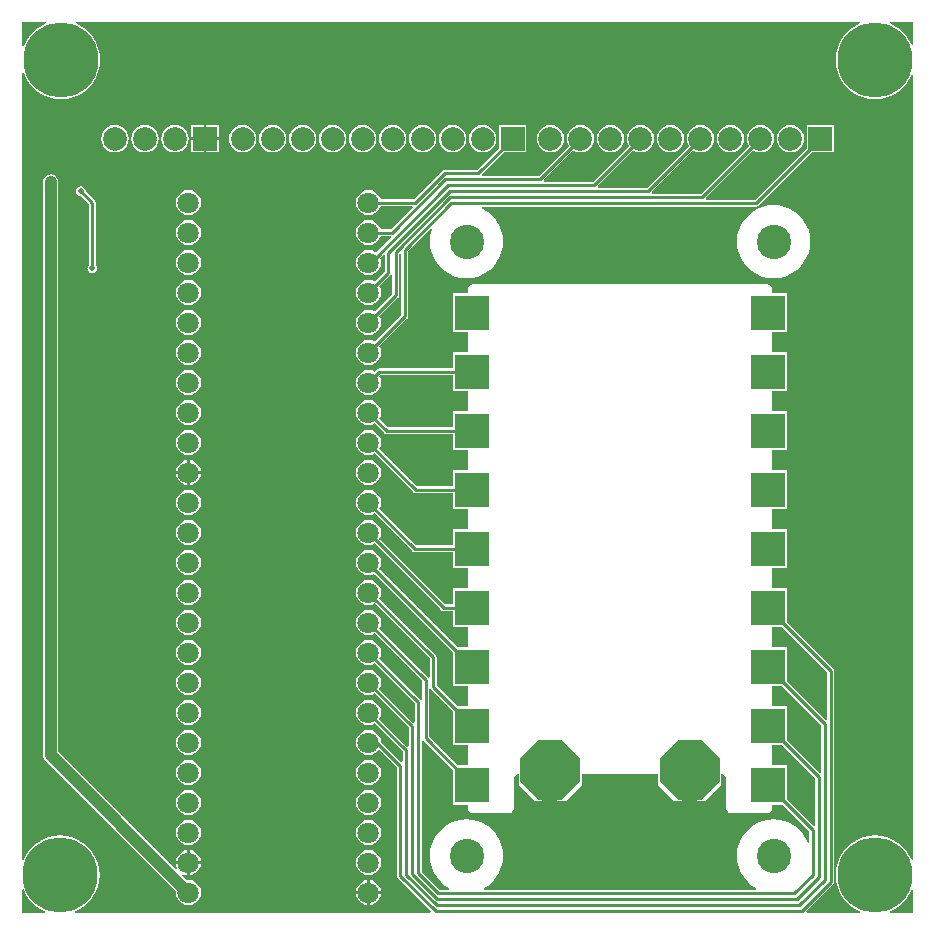
<source format=gbl>
G04*
G04 #@! TF.GenerationSoftware,Altium Limited,Altium Designer,20.1.11 (218)*
G04*
G04 Layer_Physical_Order=2*
G04 Layer_Color=9720587*
%FSAX24Y24*%
%MOIN*%
G70*
G04*
G04 #@! TF.SameCoordinates,8D6CE9FB-AABF-4BDC-A6A6-A5C6F517AC22*
G04*
G04*
G04 #@! TF.FilePolarity,Positive*
G04*
G01*
G75*
%ADD10C,0.0100*%
%ADD30C,0.0500*%
%ADD33R,0.0787X0.0787*%
%ADD34C,0.0787*%
%ADD35C,0.0709*%
%ADD36R,0.1181X0.1181*%
%ADD37C,0.1142*%
%ADD38P,0.2131X8X292.5*%
%ADD39C,0.2500*%
%ADD40C,0.0500*%
%ADD41C,0.0200*%
%ADD42C,0.0400*%
G36*
X042297Y042297D02*
Y041534D01*
X042247Y041524D01*
X042204Y041629D01*
X042096Y041805D01*
X041962Y041962D01*
X041805Y042096D01*
X041629Y042203D01*
X041524Y042247D01*
X041534Y042297D01*
X042297D01*
D02*
G37*
G36*
X013385Y042297D02*
X013395Y042247D01*
X013290Y042204D01*
X013114Y042096D01*
X012957Y041962D01*
X012824Y041805D01*
X012716Y041629D01*
X012653Y041477D01*
X012603Y041487D01*
Y042297D01*
X013385D01*
D02*
G37*
G36*
X040531Y042297D02*
X040541Y042247D01*
X040436Y042203D01*
X040260Y042096D01*
X040104Y041962D01*
X039970Y041805D01*
X039862Y041629D01*
X039783Y041439D01*
X039735Y041238D01*
X039719Y041033D01*
X039735Y040827D01*
X039783Y040627D01*
X039862Y040436D01*
X039970Y040260D01*
X040104Y040103D01*
X040260Y039970D01*
X040436Y039862D01*
X040627Y039783D01*
X040827Y039735D01*
X041033Y039719D01*
X041238Y039735D01*
X041439Y039783D01*
X041629Y039862D01*
X041805Y039970D01*
X041962Y040103D01*
X042096Y040260D01*
X042204Y040436D01*
X042247Y040541D01*
X042297Y040531D01*
X042297Y014369D01*
X042247Y014359D01*
X042203Y014464D01*
X042096Y014640D01*
X041962Y014797D01*
X041805Y014930D01*
X041629Y015038D01*
X041439Y015117D01*
X041238Y015165D01*
X041033Y015181D01*
X040827Y015165D01*
X040627Y015117D01*
X040436Y015038D01*
X040260Y014930D01*
X040103Y014797D01*
X039970Y014640D01*
X039862Y014464D01*
X039783Y014273D01*
X039735Y014073D01*
X039719Y013867D01*
X039735Y013662D01*
X039783Y013461D01*
X039862Y013271D01*
X039970Y013095D01*
X040103Y012938D01*
X040260Y012804D01*
X040436Y012697D01*
X040541Y012653D01*
X040531Y012603D01*
X038758D01*
X038739Y012649D01*
X039629Y013539D01*
X039629Y013539D01*
X039654Y013576D01*
X039662Y013619D01*
X039662Y013619D01*
Y020663D01*
X039662Y020663D01*
X039654Y020706D01*
X039629Y020742D01*
X038101Y022271D01*
Y023413D01*
X037603D01*
Y024081D01*
X038101D01*
Y025382D01*
X037603D01*
Y026049D01*
X038101D01*
Y027350D01*
X037603D01*
Y028018D01*
X038101D01*
Y029319D01*
X037603D01*
Y029986D01*
X038101D01*
Y031287D01*
X037603D01*
Y031955D01*
X038101D01*
Y033256D01*
X037603D01*
Y033393D01*
X037592Y033451D01*
X037559Y033501D01*
X037509Y033534D01*
X037450Y033545D01*
X027608D01*
X027549Y033534D01*
X027500Y033501D01*
X027467Y033451D01*
X027455Y033393D01*
Y033256D01*
X026957D01*
Y031955D01*
X027455D01*
Y031287D01*
X026957D01*
Y030749D01*
X024507D01*
X024507Y030749D01*
X024464Y030740D01*
X024427Y030716D01*
X024427Y030716D01*
X024348Y030636D01*
X024251Y030677D01*
X024143Y030691D01*
X024035Y030677D01*
X023934Y030635D01*
X023847Y030568D01*
X023781Y030482D01*
X023739Y030381D01*
X023725Y030273D01*
X023739Y030165D01*
X023781Y030064D01*
X023847Y029977D01*
X023934Y029911D01*
X024035Y029869D01*
X024143Y029855D01*
X024251Y029869D01*
X024352Y029911D01*
X024438Y029977D01*
X024505Y030064D01*
X024547Y030165D01*
X024561Y030273D01*
X024547Y030381D01*
X024506Y030478D01*
X024553Y030524D01*
X026957D01*
Y029986D01*
X027455D01*
Y029319D01*
X026957D01*
Y028780D01*
X024794D01*
X024506Y029068D01*
X024547Y029165D01*
X024561Y029273D01*
X024547Y029381D01*
X024505Y029482D01*
X024438Y029568D01*
X024352Y029635D01*
X024251Y029677D01*
X024143Y029691D01*
X024035Y029677D01*
X023934Y029635D01*
X023847Y029568D01*
X023781Y029482D01*
X023739Y029381D01*
X023725Y029273D01*
X023739Y029165D01*
X023781Y029064D01*
X023847Y028977D01*
X023934Y028911D01*
X024035Y028869D01*
X024143Y028855D01*
X024251Y028869D01*
X024348Y028909D01*
X024668Y028589D01*
X024668Y028589D01*
X024705Y028564D01*
X024748Y028556D01*
X024748Y028556D01*
X026957D01*
Y028018D01*
X027455D01*
Y027350D01*
X026957D01*
Y026812D01*
X025763D01*
X024506Y028068D01*
X024547Y028165D01*
X024561Y028273D01*
X024547Y028381D01*
X024505Y028482D01*
X024438Y028568D01*
X024352Y028635D01*
X024251Y028677D01*
X024143Y028691D01*
X024035Y028677D01*
X023934Y028635D01*
X023847Y028568D01*
X023781Y028482D01*
X023739Y028381D01*
X023725Y028273D01*
X023739Y028165D01*
X023781Y028064D01*
X023847Y027977D01*
X023934Y027911D01*
X024035Y027869D01*
X024143Y027855D01*
X024251Y027869D01*
X024348Y027909D01*
X025637Y026620D01*
X025637Y026620D01*
X025673Y026596D01*
X025716Y026587D01*
X026957D01*
Y026049D01*
X027455D01*
Y025382D01*
X026957D01*
Y024843D01*
X025731D01*
X024506Y026068D01*
X024547Y026165D01*
X024561Y026273D01*
X024547Y026381D01*
X024505Y026482D01*
X024438Y026568D01*
X024352Y026635D01*
X024251Y026677D01*
X024143Y026691D01*
X024035Y026677D01*
X023934Y026635D01*
X023847Y026568D01*
X023781Y026482D01*
X023739Y026381D01*
X023725Y026273D01*
X023739Y026165D01*
X023781Y026064D01*
X023847Y025977D01*
X023934Y025911D01*
X024035Y025869D01*
X024143Y025855D01*
X024251Y025869D01*
X024348Y025909D01*
X025605Y024652D01*
X025605Y024652D01*
X025642Y024627D01*
X025685Y024619D01*
X025685Y024619D01*
X026957D01*
Y024081D01*
X027455D01*
Y023413D01*
X026957D01*
Y022875D01*
X026700D01*
X024506Y025068D01*
X024547Y025165D01*
X024561Y025273D01*
X024547Y025381D01*
X024505Y025482D01*
X024438Y025568D01*
X024352Y025635D01*
X024251Y025677D01*
X024143Y025691D01*
X024035Y025677D01*
X023934Y025635D01*
X023847Y025568D01*
X023781Y025482D01*
X023739Y025381D01*
X023725Y025273D01*
X023739Y025165D01*
X023781Y025064D01*
X023847Y024977D01*
X023934Y024911D01*
X024035Y024869D01*
X024143Y024855D01*
X024251Y024869D01*
X024348Y024909D01*
X026574Y022683D01*
X026574Y022683D01*
X026610Y022659D01*
X026653Y022650D01*
X026957D01*
Y022112D01*
X027455D01*
Y021445D01*
X027116D01*
X024501Y024059D01*
X024505Y024064D01*
X024547Y024165D01*
X024561Y024273D01*
X024547Y024381D01*
X024505Y024482D01*
X024438Y024568D01*
X024352Y024635D01*
X024251Y024677D01*
X024143Y024691D01*
X024035Y024677D01*
X023934Y024635D01*
X023847Y024568D01*
X023781Y024482D01*
X023739Y024381D01*
X023725Y024273D01*
X023739Y024165D01*
X023781Y024064D01*
X023847Y023977D01*
X023934Y023911D01*
X024035Y023869D01*
X024143Y023855D01*
X024251Y023869D01*
X024338Y023905D01*
X026957Y021286D01*
Y020144D01*
X027455D01*
Y019476D01*
X027116D01*
X026412Y020180D01*
Y021116D01*
X026412Y021116D01*
X026404Y021159D01*
X026379Y021195D01*
X026379Y021195D01*
X024506Y023068D01*
X024547Y023165D01*
X024561Y023273D01*
X024547Y023381D01*
X024505Y023482D01*
X024438Y023568D01*
X024352Y023635D01*
X024251Y023677D01*
X024143Y023691D01*
X024035Y023677D01*
X023934Y023635D01*
X023847Y023568D01*
X023781Y023482D01*
X023739Y023381D01*
X023725Y023273D01*
X023739Y023165D01*
X023781Y023064D01*
X023847Y022977D01*
X023934Y022911D01*
X024035Y022869D01*
X024143Y022855D01*
X024251Y022869D01*
X024348Y022909D01*
X026188Y021069D01*
Y020447D01*
X026138Y020432D01*
X026129Y020445D01*
X026129Y020445D01*
X024506Y022068D01*
X024547Y022165D01*
X024561Y022273D01*
X024547Y022381D01*
X024505Y022482D01*
X024438Y022568D01*
X024352Y022635D01*
X024251Y022677D01*
X024143Y022691D01*
X024035Y022677D01*
X023934Y022635D01*
X023847Y022568D01*
X023781Y022482D01*
X023739Y022381D01*
X023725Y022273D01*
X023739Y022165D01*
X023781Y022064D01*
X023847Y021977D01*
X023934Y021911D01*
X024035Y021869D01*
X024143Y021855D01*
X024251Y021869D01*
X024348Y021909D01*
X025938Y020319D01*
Y019697D01*
X025888Y019682D01*
X025879Y019695D01*
X024506Y021068D01*
X024547Y021165D01*
X024561Y021273D01*
X024547Y021381D01*
X024505Y021482D01*
X024438Y021568D01*
X024352Y021635D01*
X024251Y021677D01*
X024143Y021691D01*
X024035Y021677D01*
X023934Y021635D01*
X023847Y021568D01*
X023781Y021482D01*
X023739Y021381D01*
X023725Y021273D01*
X023739Y021165D01*
X023781Y021064D01*
X023847Y020977D01*
X023934Y020911D01*
X024035Y020869D01*
X024143Y020855D01*
X024251Y020869D01*
X024348Y020909D01*
X025688Y019569D01*
Y018957D01*
X025638Y018937D01*
X024506Y020068D01*
X024547Y020165D01*
X024561Y020273D01*
X024547Y020381D01*
X024505Y020482D01*
X024438Y020568D01*
X024352Y020635D01*
X024251Y020677D01*
X024143Y020691D01*
X024035Y020677D01*
X023934Y020635D01*
X023847Y020568D01*
X023781Y020482D01*
X023739Y020381D01*
X023725Y020273D01*
X023739Y020165D01*
X023781Y020064D01*
X023847Y019977D01*
X023934Y019911D01*
X024035Y019869D01*
X024143Y019855D01*
X024251Y019869D01*
X024348Y019909D01*
X025488Y018769D01*
Y018157D01*
X025438Y018137D01*
X024506Y019068D01*
X024547Y019165D01*
X024561Y019273D01*
X024547Y019381D01*
X024505Y019482D01*
X024438Y019568D01*
X024352Y019635D01*
X024251Y019677D01*
X024143Y019691D01*
X024035Y019677D01*
X023934Y019635D01*
X023847Y019568D01*
X023781Y019482D01*
X023739Y019381D01*
X023725Y019273D01*
X023739Y019165D01*
X023781Y019064D01*
X023847Y018977D01*
X023934Y018911D01*
X024035Y018869D01*
X024143Y018855D01*
X024251Y018869D01*
X024348Y018909D01*
X025288Y017969D01*
Y017641D01*
X025238Y017621D01*
X024557Y018302D01*
X024547Y018381D01*
X024505Y018482D01*
X024438Y018568D01*
X024352Y018635D01*
X024251Y018677D01*
X024143Y018691D01*
X024035Y018677D01*
X023934Y018635D01*
X023847Y018568D01*
X023781Y018482D01*
X023739Y018381D01*
X023725Y018273D01*
X023739Y018165D01*
X023781Y018064D01*
X023847Y017977D01*
X023934Y017911D01*
X024035Y017869D01*
X024143Y017855D01*
X024251Y017869D01*
X024352Y017911D01*
X024438Y017977D01*
X024470Y018018D01*
X024520Y018022D01*
X025088Y017454D01*
Y013834D01*
X025088Y013834D01*
X025096Y013791D01*
X025121Y013755D01*
X026227Y012649D01*
X026207Y012603D01*
X014369Y012603D01*
X014359Y012653D01*
X014464Y012697D01*
X014640Y012804D01*
X014797Y012938D01*
X014930Y013095D01*
X015038Y013271D01*
X015117Y013461D01*
X015165Y013662D01*
X015181Y013867D01*
X015165Y014073D01*
X015117Y014273D01*
X015038Y014464D01*
X014930Y014640D01*
X014797Y014797D01*
X014640Y014930D01*
X014464Y015038D01*
X014273Y015117D01*
X014073Y015165D01*
X013867Y015181D01*
X013662Y015165D01*
X013461Y015117D01*
X013271Y015038D01*
X013095Y014930D01*
X012938Y014797D01*
X012804Y014640D01*
X012697Y014464D01*
X012653Y014359D01*
X012603Y014369D01*
X012603Y040578D01*
X012653Y040588D01*
X012716Y040436D01*
X012824Y040260D01*
X012957Y040104D01*
X013114Y039970D01*
X013290Y039862D01*
X013481Y039783D01*
X013681Y039735D01*
X013887Y039719D01*
X014092Y039735D01*
X014293Y039783D01*
X014483Y039862D01*
X014659Y039970D01*
X014816Y040104D01*
X014950Y040260D01*
X015057Y040436D01*
X015136Y040627D01*
X015184Y040827D01*
X015201Y041033D01*
X015184Y041238D01*
X015136Y041439D01*
X015057Y041629D01*
X014950Y041805D01*
X014816Y041962D01*
X014659Y042096D01*
X014483Y042204D01*
X014378Y042247D01*
X014388Y042297D01*
X040531Y042297D01*
D02*
G37*
G36*
X039438Y020617D02*
Y019036D01*
X039388Y019015D01*
X038101Y020302D01*
Y021445D01*
X037603D01*
Y022112D01*
X037942D01*
X039438Y020617D01*
D02*
G37*
G36*
X026221Y020054D02*
X026957Y019318D01*
Y018175D01*
X027455D01*
Y017508D01*
X027116D01*
X026162Y018461D01*
Y020052D01*
X026212Y020067D01*
X026221Y020054D01*
D02*
G37*
G36*
X039238Y018848D02*
Y017267D01*
X039188Y017247D01*
X038101Y018334D01*
Y019476D01*
X037603D01*
Y020144D01*
X037942D01*
X039238Y018848D01*
D02*
G37*
G36*
X039038Y017079D02*
Y015499D01*
X038988Y015478D01*
X038101Y016365D01*
Y017508D01*
X037603D01*
Y018175D01*
X037942D01*
X039038Y017079D01*
D02*
G37*
G36*
X025971Y018336D02*
X026957Y017349D01*
Y016207D01*
X027455D01*
Y016070D01*
X027467Y016011D01*
X027500Y015962D01*
X027549Y015928D01*
X027608Y015917D01*
X028828D01*
X028887Y015928D01*
X028936Y015962D01*
X028970Y016011D01*
X028981Y016070D01*
Y017088D01*
X029109Y017216D01*
X029162D01*
Y016847D01*
X029684Y016325D01*
X030728D01*
X031251Y016847D01*
Y017216D01*
X033808D01*
Y016847D01*
X034330Y016325D01*
X035374D01*
X035896Y016847D01*
Y017216D01*
X035970D01*
X036077Y017109D01*
Y016070D01*
X036089Y016011D01*
X036122Y015962D01*
X036171Y015928D01*
X036230Y015917D01*
X037450D01*
X037509Y015928D01*
X037559Y015962D01*
X037592Y016011D01*
X037603Y016070D01*
Y016207D01*
X037942D01*
X038838Y015311D01*
Y014946D01*
X038788Y014936D01*
X038740Y015052D01*
X038639Y015216D01*
X038514Y015362D01*
X038368Y015487D01*
X038204Y015588D01*
X038026Y015661D01*
X037839Y015706D01*
X037647Y015721D01*
X037455Y015706D01*
X037268Y015661D01*
X037090Y015588D01*
X036926Y015487D01*
X036780Y015362D01*
X036655Y015216D01*
X036555Y015052D01*
X036481Y014874D01*
X036436Y014687D01*
X036421Y014495D01*
X036436Y014303D01*
X036481Y014116D01*
X036555Y013938D01*
X036655Y013774D01*
X036780Y013628D01*
X036926Y013503D01*
X037074Y013412D01*
X037060Y013362D01*
X027998D01*
X027984Y013412D01*
X028132Y013503D01*
X028278Y013628D01*
X028403Y013774D01*
X028504Y013938D01*
X028577Y014116D01*
X028622Y014303D01*
X028637Y014495D01*
X028622Y014687D01*
X028577Y014874D01*
X028504Y015052D01*
X028403Y015216D01*
X028278Y015362D01*
X028132Y015487D01*
X027968Y015588D01*
X027790Y015661D01*
X027603Y015706D01*
X027411Y015721D01*
X027219Y015706D01*
X027032Y015661D01*
X026854Y015588D01*
X026690Y015487D01*
X026544Y015362D01*
X026419Y015216D01*
X026318Y015052D01*
X026245Y014874D01*
X026200Y014687D01*
X026185Y014495D01*
X026200Y014303D01*
X026245Y014116D01*
X026318Y013938D01*
X026419Y013774D01*
X026544Y013628D01*
X026690Y013503D01*
X026838Y013412D01*
X026824Y013362D01*
X026510D01*
X025912Y013960D01*
Y018333D01*
X025962Y018348D01*
X025971Y018336D01*
D02*
G37*
G36*
X012697Y013271D02*
X012804Y013095D01*
X012938Y012938D01*
X013095Y012804D01*
X013271Y012697D01*
X013376Y012653D01*
X013366Y012603D01*
X012603D01*
Y013366D01*
X012653Y013376D01*
X012697Y013271D01*
D02*
G37*
G36*
X042297Y013366D02*
Y012603D01*
X041534D01*
X041524Y012653D01*
X041629Y012697D01*
X041805Y012804D01*
X041962Y012938D01*
X042096Y013095D01*
X042203Y013271D01*
X042247Y013376D01*
X042297Y013366D01*
D02*
G37*
%LPC*%
G36*
X019144Y038855D02*
X018730D01*
Y038441D01*
X019144D01*
Y038855D01*
D02*
G37*
G36*
X018650D02*
X018236D01*
Y038441D01*
X018650D01*
Y038855D01*
D02*
G37*
G36*
X019144Y038361D02*
X018730D01*
Y037947D01*
X019144D01*
Y038361D01*
D02*
G37*
G36*
X018650D02*
X018236D01*
Y037947D01*
X018650D01*
Y038361D01*
D02*
G37*
G36*
X036210Y038859D02*
X036091Y038843D01*
X035981Y038797D01*
X035886Y038725D01*
X035814Y038630D01*
X035768Y038519D01*
X035752Y038401D01*
X035768Y038283D01*
X035814Y038172D01*
X035886Y038077D01*
X035981Y038005D01*
X036091Y037959D01*
X036210Y037943D01*
X036328Y037959D01*
X036439Y038005D01*
X036533Y038077D01*
X036606Y038172D01*
X036652Y038283D01*
X036667Y038401D01*
X036652Y038519D01*
X036606Y038630D01*
X036533Y038725D01*
X036439Y038797D01*
X036328Y038843D01*
X036210Y038859D01*
D02*
G37*
G36*
X025950D02*
X025832Y038843D01*
X025721Y038797D01*
X025626Y038725D01*
X025554Y038630D01*
X025508Y038519D01*
X025492Y038401D01*
X025508Y038283D01*
X025554Y038172D01*
X025626Y038077D01*
X025721Y038005D01*
X025832Y037959D01*
X025950Y037943D01*
X026068Y037959D01*
X026179Y038005D01*
X026274Y038077D01*
X026346Y038172D01*
X026392Y038283D01*
X026408Y038401D01*
X026392Y038519D01*
X026346Y038630D01*
X026274Y038725D01*
X026179Y038797D01*
X026068Y038843D01*
X025950Y038859D01*
D02*
G37*
G36*
X022950D02*
X022832Y038843D01*
X022721Y038797D01*
X022626Y038725D01*
X022554Y038630D01*
X022508Y038519D01*
X022492Y038401D01*
X022508Y038283D01*
X022554Y038172D01*
X022626Y038077D01*
X022721Y038005D01*
X022832Y037959D01*
X022950Y037943D01*
X023068Y037959D01*
X023179Y038005D01*
X023274Y038077D01*
X023346Y038172D01*
X023392Y038283D01*
X023408Y038401D01*
X023392Y038519D01*
X023346Y038630D01*
X023274Y038725D01*
X023179Y038797D01*
X023068Y038843D01*
X022950Y038859D01*
D02*
G37*
G36*
X038210Y038859D02*
X038091Y038843D01*
X037981Y038797D01*
X037886Y038725D01*
X037814Y038630D01*
X037768Y038519D01*
X037752Y038401D01*
X037768Y038283D01*
X037814Y038172D01*
X037886Y038077D01*
X037981Y038005D01*
X038091Y037959D01*
X038210Y037943D01*
X038328Y037959D01*
X038439Y038005D01*
X038533Y038077D01*
X038606Y038172D01*
X038652Y038283D01*
X038667Y038401D01*
X038652Y038519D01*
X038606Y038630D01*
X038533Y038725D01*
X038439Y038797D01*
X038328Y038843D01*
X038210Y038859D01*
D02*
G37*
G36*
X034210D02*
X034091Y038843D01*
X033981Y038797D01*
X033886Y038725D01*
X033814Y038630D01*
X033768Y038519D01*
X033752Y038401D01*
X033768Y038283D01*
X033814Y038172D01*
X033886Y038077D01*
X033981Y038005D01*
X034091Y037959D01*
X034210Y037943D01*
X034328Y037959D01*
X034439Y038005D01*
X034533Y038077D01*
X034606Y038172D01*
X034652Y038283D01*
X034667Y038401D01*
X034652Y038519D01*
X034606Y038630D01*
X034533Y038725D01*
X034439Y038797D01*
X034328Y038843D01*
X034210Y038859D01*
D02*
G37*
G36*
X032210D02*
X032091Y038843D01*
X031981Y038797D01*
X031886Y038725D01*
X031814Y038630D01*
X031768Y038519D01*
X031752Y038401D01*
X031768Y038283D01*
X031814Y038172D01*
X031886Y038077D01*
X031981Y038005D01*
X032091Y037959D01*
X032210Y037943D01*
X032328Y037959D01*
X032439Y038005D01*
X032533Y038077D01*
X032606Y038172D01*
X032652Y038283D01*
X032667Y038401D01*
X032652Y038519D01*
X032606Y038630D01*
X032533Y038725D01*
X032439Y038797D01*
X032328Y038843D01*
X032210Y038859D01*
D02*
G37*
G36*
X033210Y038859D02*
X033091Y038843D01*
X032981Y038797D01*
X032886Y038725D01*
X032814Y038630D01*
X032768Y038519D01*
X032752Y038401D01*
X032768Y038283D01*
X032814Y038172D01*
X032817Y038167D01*
X031612Y036962D01*
X030000D01*
X029980Y037012D01*
X030976Y038009D01*
X030981Y038005D01*
X031091Y037959D01*
X031210Y037943D01*
X031328Y037959D01*
X031439Y038005D01*
X031533Y038077D01*
X031606Y038172D01*
X031652Y038283D01*
X031667Y038401D01*
X031652Y038519D01*
X031606Y038630D01*
X031533Y038725D01*
X031439Y038797D01*
X031328Y038843D01*
X031210Y038859D01*
X031091Y038843D01*
X030981Y038797D01*
X030886Y038725D01*
X030814Y038630D01*
X030768Y038519D01*
X030752Y038401D01*
X030768Y038283D01*
X030814Y038172D01*
X030817Y038167D01*
X029812Y037162D01*
X027940D01*
X027920Y037212D01*
X028655Y037947D01*
X029404D01*
Y038855D01*
X028496D01*
Y038106D01*
X027753Y037362D01*
X026679D01*
X026679Y037362D01*
X026636Y037354D01*
X026600Y037329D01*
X025655Y036385D01*
X024545D01*
X024505Y036482D01*
X024438Y036568D01*
X024352Y036635D01*
X024251Y036677D01*
X024143Y036691D01*
X024035Y036677D01*
X023934Y036635D01*
X023847Y036568D01*
X023781Y036482D01*
X023739Y036381D01*
X023725Y036273D01*
X023739Y036165D01*
X023781Y036064D01*
X023847Y035977D01*
X023934Y035911D01*
X024035Y035869D01*
X024143Y035855D01*
X024251Y035869D01*
X024352Y035911D01*
X024438Y035977D01*
X024505Y036064D01*
X024545Y036161D01*
X025592D01*
X025611Y036114D01*
X024881Y035385D01*
X024545D01*
X024505Y035482D01*
X024438Y035568D01*
X024352Y035635D01*
X024251Y035677D01*
X024143Y035691D01*
X024035Y035677D01*
X023934Y035635D01*
X023847Y035568D01*
X023781Y035482D01*
X023739Y035381D01*
X023725Y035273D01*
X023739Y035165D01*
X023781Y035064D01*
X023847Y034977D01*
X023934Y034911D01*
X024035Y034869D01*
X024143Y034855D01*
X024251Y034869D01*
X024352Y034911D01*
X024438Y034977D01*
X024505Y035064D01*
X024545Y035161D01*
X024881D01*
X024902Y035111D01*
X024394Y034603D01*
X024352Y034635D01*
X024251Y034677D01*
X024143Y034691D01*
X024035Y034677D01*
X023934Y034635D01*
X023847Y034568D01*
X023781Y034482D01*
X023739Y034381D01*
X023725Y034273D01*
X023739Y034165D01*
X023781Y034064D01*
X023847Y033977D01*
X023934Y033911D01*
X024035Y033869D01*
X024143Y033855D01*
X024251Y033869D01*
X024352Y033911D01*
X024438Y033977D01*
X024505Y034064D01*
X024547Y034165D01*
X024561Y034273D01*
X024547Y034381D01*
X024530Y034421D01*
X024642Y034533D01*
X024688Y034514D01*
Y033976D01*
X024348Y033636D01*
X024251Y033677D01*
X024143Y033691D01*
X024035Y033677D01*
X023934Y033635D01*
X023847Y033568D01*
X023781Y033482D01*
X023739Y033381D01*
X023725Y033273D01*
X023739Y033165D01*
X023781Y033064D01*
X023847Y032977D01*
X023934Y032911D01*
X024035Y032869D01*
X024143Y032855D01*
X024251Y032869D01*
X024352Y032911D01*
X024438Y032977D01*
X024505Y033064D01*
X024547Y033165D01*
X024561Y033273D01*
X024547Y033381D01*
X024506Y033478D01*
X024879Y033851D01*
X024879Y033851D01*
X024888Y033863D01*
X024938Y033848D01*
Y033226D01*
X024348Y032636D01*
X024251Y032677D01*
X024143Y032691D01*
X024035Y032677D01*
X023934Y032635D01*
X023847Y032568D01*
X023781Y032482D01*
X023739Y032381D01*
X023725Y032273D01*
X023739Y032165D01*
X023781Y032064D01*
X023847Y031977D01*
X023934Y031911D01*
X024035Y031869D01*
X024143Y031855D01*
X024251Y031869D01*
X024352Y031911D01*
X024438Y031977D01*
X024505Y032064D01*
X024547Y032165D01*
X024561Y032273D01*
X024547Y032381D01*
X024506Y032478D01*
X025129Y033101D01*
X025129Y033101D01*
X025154Y033137D01*
X025162Y033180D01*
X025162Y033180D01*
Y034559D01*
X025182Y034574D01*
X025232Y034550D01*
Y032520D01*
X024348Y031636D01*
X024251Y031677D01*
X024143Y031691D01*
X024035Y031677D01*
X023934Y031635D01*
X023847Y031568D01*
X023781Y031482D01*
X023739Y031381D01*
X023725Y031273D01*
X023739Y031165D01*
X023781Y031064D01*
X023847Y030977D01*
X023934Y030911D01*
X024035Y030869D01*
X024143Y030855D01*
X024251Y030869D01*
X024352Y030911D01*
X024438Y030977D01*
X024505Y031064D01*
X024547Y031165D01*
X024561Y031273D01*
X024547Y031381D01*
X024506Y031478D01*
X025423Y032395D01*
X025423Y032395D01*
X025448Y032431D01*
X025456Y032474D01*
X025456Y032474D01*
Y034645D01*
X026216Y035405D01*
X026257Y035377D01*
X026245Y035346D01*
X026200Y035159D01*
X026185Y034967D01*
X026200Y034775D01*
X026245Y034588D01*
X026318Y034411D01*
X026419Y034246D01*
X026544Y034100D01*
X026690Y033975D01*
X026854Y033875D01*
X027032Y033801D01*
X027219Y033756D01*
X027411Y033741D01*
X027603Y033756D01*
X027790Y033801D01*
X027968Y033875D01*
X028132Y033975D01*
X028278Y034100D01*
X028403Y034246D01*
X028504Y034411D01*
X028577Y034588D01*
X028622Y034775D01*
X028637Y034967D01*
X028622Y035159D01*
X028577Y035346D01*
X028504Y035524D01*
X028403Y035688D01*
X028278Y035834D01*
X028132Y035959D01*
X027968Y036060D01*
X027901Y036088D01*
X027911Y036138D01*
X037059D01*
X037059Y036138D01*
X037102Y036146D01*
X037138Y036171D01*
X038915Y037947D01*
X039664D01*
Y038855D01*
X038756D01*
Y038106D01*
X037012Y036362D01*
X035400D01*
X035380Y036412D01*
X036976Y038009D01*
X036981Y038005D01*
X037091Y037959D01*
X037210Y037943D01*
X037328Y037959D01*
X037439Y038005D01*
X037533Y038077D01*
X037606Y038172D01*
X037652Y038283D01*
X037667Y038401D01*
X037652Y038519D01*
X037606Y038630D01*
X037533Y038725D01*
X037439Y038797D01*
X037328Y038843D01*
X037210Y038859D01*
X037091Y038843D01*
X036981Y038797D01*
X036886Y038725D01*
X036814Y038630D01*
X036768Y038519D01*
X036752Y038401D01*
X036768Y038283D01*
X036814Y038172D01*
X036817Y038167D01*
X035212Y036562D01*
X033600D01*
X033580Y036612D01*
X034976Y038009D01*
X034981Y038005D01*
X035091Y037959D01*
X035210Y037943D01*
X035328Y037959D01*
X035439Y038005D01*
X035533Y038077D01*
X035606Y038172D01*
X035652Y038283D01*
X035667Y038401D01*
X035652Y038519D01*
X035606Y038630D01*
X035533Y038725D01*
X035439Y038797D01*
X035328Y038843D01*
X035210Y038859D01*
X035091Y038843D01*
X034981Y038797D01*
X034886Y038725D01*
X034814Y038630D01*
X034768Y038519D01*
X034752Y038401D01*
X034768Y038283D01*
X034814Y038172D01*
X034817Y038167D01*
X033412Y036762D01*
X031800D01*
X031780Y036812D01*
X032976Y038009D01*
X032981Y038005D01*
X033091Y037959D01*
X033210Y037943D01*
X033328Y037959D01*
X033439Y038005D01*
X033533Y038077D01*
X033606Y038172D01*
X033652Y038283D01*
X033667Y038401D01*
X033652Y038519D01*
X033606Y038630D01*
X033533Y038725D01*
X033439Y038797D01*
X033328Y038843D01*
X033210Y038859D01*
D02*
G37*
G36*
X030210Y038859D02*
X030091Y038843D01*
X029981Y038797D01*
X029886Y038725D01*
X029814Y038630D01*
X029768Y038519D01*
X029752Y038401D01*
X029768Y038283D01*
X029814Y038172D01*
X029886Y038077D01*
X029981Y038005D01*
X030091Y037959D01*
X030210Y037943D01*
X030328Y037959D01*
X030439Y038005D01*
X030533Y038077D01*
X030606Y038172D01*
X030652Y038283D01*
X030667Y038401D01*
X030652Y038519D01*
X030606Y038630D01*
X030533Y038725D01*
X030439Y038797D01*
X030328Y038843D01*
X030210Y038859D01*
D02*
G37*
G36*
X027950D02*
X027832Y038843D01*
X027721Y038797D01*
X027626Y038725D01*
X027554Y038630D01*
X027508Y038519D01*
X027492Y038401D01*
X027508Y038283D01*
X027554Y038172D01*
X027626Y038077D01*
X027721Y038005D01*
X027832Y037959D01*
X027950Y037943D01*
X028068Y037959D01*
X028179Y038005D01*
X028274Y038077D01*
X028346Y038172D01*
X028392Y038283D01*
X028408Y038401D01*
X028392Y038519D01*
X028346Y038630D01*
X028274Y038725D01*
X028179Y038797D01*
X028068Y038843D01*
X027950Y038859D01*
D02*
G37*
G36*
X026950D02*
X026832Y038843D01*
X026721Y038797D01*
X026626Y038725D01*
X026554Y038630D01*
X026508Y038519D01*
X026492Y038401D01*
X026508Y038283D01*
X026554Y038172D01*
X026626Y038077D01*
X026721Y038005D01*
X026832Y037959D01*
X026950Y037943D01*
X027068Y037959D01*
X027179Y038005D01*
X027274Y038077D01*
X027346Y038172D01*
X027392Y038283D01*
X027408Y038401D01*
X027392Y038519D01*
X027346Y038630D01*
X027274Y038725D01*
X027179Y038797D01*
X027068Y038843D01*
X026950Y038859D01*
D02*
G37*
G36*
X024950D02*
X024832Y038843D01*
X024721Y038797D01*
X024626Y038725D01*
X024554Y038630D01*
X024508Y038519D01*
X024492Y038401D01*
X024508Y038283D01*
X024554Y038172D01*
X024626Y038077D01*
X024721Y038005D01*
X024832Y037959D01*
X024950Y037943D01*
X025068Y037959D01*
X025179Y038005D01*
X025274Y038077D01*
X025346Y038172D01*
X025392Y038283D01*
X025408Y038401D01*
X025392Y038519D01*
X025346Y038630D01*
X025274Y038725D01*
X025179Y038797D01*
X025068Y038843D01*
X024950Y038859D01*
D02*
G37*
G36*
X023950D02*
X023832Y038843D01*
X023721Y038797D01*
X023626Y038725D01*
X023554Y038630D01*
X023508Y038519D01*
X023492Y038401D01*
X023508Y038283D01*
X023554Y038172D01*
X023626Y038077D01*
X023721Y038005D01*
X023832Y037959D01*
X023950Y037943D01*
X024068Y037959D01*
X024179Y038005D01*
X024274Y038077D01*
X024346Y038172D01*
X024392Y038283D01*
X024408Y038401D01*
X024392Y038519D01*
X024346Y038630D01*
X024274Y038725D01*
X024179Y038797D01*
X024068Y038843D01*
X023950Y038859D01*
D02*
G37*
G36*
X021950D02*
X021832Y038843D01*
X021721Y038797D01*
X021626Y038725D01*
X021554Y038630D01*
X021508Y038519D01*
X021492Y038401D01*
X021508Y038283D01*
X021554Y038172D01*
X021626Y038077D01*
X021721Y038005D01*
X021832Y037959D01*
X021950Y037943D01*
X022068Y037959D01*
X022179Y038005D01*
X022274Y038077D01*
X022346Y038172D01*
X022392Y038283D01*
X022408Y038401D01*
X022392Y038519D01*
X022346Y038630D01*
X022274Y038725D01*
X022179Y038797D01*
X022068Y038843D01*
X021950Y038859D01*
D02*
G37*
G36*
X020950D02*
X020832Y038843D01*
X020721Y038797D01*
X020626Y038725D01*
X020554Y038630D01*
X020508Y038519D01*
X020492Y038401D01*
X020508Y038283D01*
X020554Y038172D01*
X020626Y038077D01*
X020721Y038005D01*
X020832Y037959D01*
X020950Y037943D01*
X021068Y037959D01*
X021179Y038005D01*
X021274Y038077D01*
X021346Y038172D01*
X021392Y038283D01*
X021408Y038401D01*
X021392Y038519D01*
X021346Y038630D01*
X021274Y038725D01*
X021179Y038797D01*
X021068Y038843D01*
X020950Y038859D01*
D02*
G37*
G36*
X019950D02*
X019832Y038843D01*
X019721Y038797D01*
X019626Y038725D01*
X019554Y038630D01*
X019508Y038519D01*
X019492Y038401D01*
X019508Y038283D01*
X019554Y038172D01*
X019626Y038077D01*
X019721Y038005D01*
X019832Y037959D01*
X019950Y037943D01*
X020068Y037959D01*
X020179Y038005D01*
X020274Y038077D01*
X020346Y038172D01*
X020392Y038283D01*
X020408Y038401D01*
X020392Y038519D01*
X020346Y038630D01*
X020274Y038725D01*
X020179Y038797D01*
X020068Y038843D01*
X019950Y038859D01*
D02*
G37*
G36*
X017690D02*
X017572Y038843D01*
X017461Y038797D01*
X017367Y038725D01*
X017294Y038630D01*
X017248Y038519D01*
X017233Y038401D01*
X017248Y038283D01*
X017294Y038172D01*
X017367Y038077D01*
X017461Y038005D01*
X017572Y037959D01*
X017690Y037943D01*
X017809Y037959D01*
X017919Y038005D01*
X018014Y038077D01*
X018086Y038172D01*
X018132Y038283D01*
X018148Y038401D01*
X018132Y038519D01*
X018086Y038630D01*
X018014Y038725D01*
X017919Y038797D01*
X017809Y038843D01*
X017690Y038859D01*
D02*
G37*
G36*
X016690Y038859D02*
X016572Y038843D01*
X016461Y038797D01*
X016367Y038725D01*
X016294Y038630D01*
X016248Y038519D01*
X016233Y038401D01*
X016248Y038283D01*
X016294Y038172D01*
X016367Y038077D01*
X016461Y038005D01*
X016572Y037959D01*
X016690Y037943D01*
X016809Y037959D01*
X016919Y038005D01*
X017014Y038077D01*
X017086Y038172D01*
X017132Y038283D01*
X017148Y038401D01*
X017132Y038519D01*
X017086Y038630D01*
X017014Y038725D01*
X016919Y038797D01*
X016809Y038843D01*
X016690Y038859D01*
D02*
G37*
G36*
X015690D02*
X015572Y038843D01*
X015461Y038797D01*
X015367Y038725D01*
X015294Y038630D01*
X015248Y038519D01*
X015233Y038401D01*
X015248Y038283D01*
X015294Y038172D01*
X015367Y038077D01*
X015461Y038005D01*
X015572Y037959D01*
X015690Y037943D01*
X015809Y037959D01*
X015919Y038005D01*
X016014Y038077D01*
X016086Y038172D01*
X016132Y038283D01*
X016148Y038401D01*
X016132Y038519D01*
X016086Y038630D01*
X016014Y038725D01*
X015919Y038797D01*
X015809Y038843D01*
X015690Y038859D01*
D02*
G37*
G36*
X018143Y036691D02*
X018035Y036677D01*
X017934Y036635D01*
X017847Y036568D01*
X017781Y036482D01*
X017739Y036381D01*
X017725Y036273D01*
X017739Y036165D01*
X017781Y036064D01*
X017847Y035977D01*
X017934Y035911D01*
X018035Y035869D01*
X018143Y035855D01*
X018251Y035869D01*
X018352Y035911D01*
X018438Y035977D01*
X018505Y036064D01*
X018547Y036165D01*
X018561Y036273D01*
X018547Y036381D01*
X018505Y036482D01*
X018438Y036568D01*
X018352Y036635D01*
X018251Y036677D01*
X018143Y036691D01*
D02*
G37*
G36*
Y035691D02*
X018035Y035677D01*
X017934Y035635D01*
X017847Y035568D01*
X017781Y035482D01*
X017739Y035381D01*
X017725Y035273D01*
X017739Y035165D01*
X017781Y035064D01*
X017847Y034977D01*
X017934Y034911D01*
X018035Y034869D01*
X018143Y034855D01*
X018251Y034869D01*
X018352Y034911D01*
X018438Y034977D01*
X018505Y035064D01*
X018547Y035165D01*
X018561Y035273D01*
X018547Y035381D01*
X018505Y035482D01*
X018438Y035568D01*
X018352Y035635D01*
X018251Y035677D01*
X018143Y035691D01*
D02*
G37*
G36*
X014556Y036813D02*
X014493Y036801D01*
X014440Y036765D01*
X014405Y036712D01*
X014393Y036650D01*
X014405Y036588D01*
X014440Y036535D01*
X014493Y036499D01*
X014556Y036487D01*
X014560Y036488D01*
X014826Y036221D01*
Y034195D01*
X014823Y034193D01*
X014788Y034140D01*
X014775Y034078D01*
X014788Y034015D01*
X014823Y033962D01*
X014876Y033927D01*
X014938Y033915D01*
X015001Y033927D01*
X015054Y033962D01*
X015089Y034015D01*
X015102Y034078D01*
X015089Y034140D01*
X015054Y034193D01*
X015051Y034195D01*
Y036267D01*
X015051Y036267D01*
X015042Y036310D01*
X015018Y036347D01*
X015018Y036347D01*
X014718Y036646D01*
X014719Y036650D01*
X014707Y036712D01*
X014671Y036765D01*
X014618Y036801D01*
X014556Y036813D01*
D02*
G37*
G36*
X018143Y034691D02*
X018035Y034677D01*
X017934Y034635D01*
X017847Y034568D01*
X017781Y034482D01*
X017739Y034381D01*
X017725Y034273D01*
X017739Y034165D01*
X017781Y034064D01*
X017847Y033977D01*
X017934Y033911D01*
X018035Y033869D01*
X018143Y033855D01*
X018251Y033869D01*
X018352Y033911D01*
X018438Y033977D01*
X018505Y034064D01*
X018547Y034165D01*
X018561Y034273D01*
X018547Y034381D01*
X018505Y034482D01*
X018438Y034568D01*
X018352Y034635D01*
X018251Y034677D01*
X018143Y034691D01*
D02*
G37*
G36*
X037647Y036194D02*
X037455Y036179D01*
X037268Y036134D01*
X037090Y036060D01*
X036926Y035959D01*
X036780Y035834D01*
X036655Y035688D01*
X036555Y035524D01*
X036481Y035346D01*
X036436Y035159D01*
X036421Y034967D01*
X036436Y034775D01*
X036481Y034588D01*
X036555Y034411D01*
X036655Y034246D01*
X036780Y034100D01*
X036926Y033975D01*
X037090Y033875D01*
X037268Y033801D01*
X037455Y033756D01*
X037647Y033741D01*
X037839Y033756D01*
X038026Y033801D01*
X038204Y033875D01*
X038368Y033975D01*
X038514Y034100D01*
X038639Y034246D01*
X038740Y034411D01*
X038814Y034588D01*
X038858Y034775D01*
X038874Y034967D01*
X038858Y035159D01*
X038814Y035346D01*
X038740Y035524D01*
X038639Y035688D01*
X038514Y035834D01*
X038368Y035959D01*
X038204Y036060D01*
X038026Y036134D01*
X037839Y036179D01*
X037647Y036194D01*
D02*
G37*
G36*
X018143Y033691D02*
X018035Y033677D01*
X017934Y033635D01*
X017847Y033568D01*
X017781Y033482D01*
X017739Y033381D01*
X017725Y033273D01*
X017739Y033165D01*
X017781Y033064D01*
X017847Y032977D01*
X017934Y032911D01*
X018035Y032869D01*
X018143Y032855D01*
X018251Y032869D01*
X018352Y032911D01*
X018438Y032977D01*
X018505Y033064D01*
X018547Y033165D01*
X018561Y033273D01*
X018547Y033381D01*
X018505Y033482D01*
X018438Y033568D01*
X018352Y033635D01*
X018251Y033677D01*
X018143Y033691D01*
D02*
G37*
G36*
Y032691D02*
X018035Y032677D01*
X017934Y032635D01*
X017847Y032568D01*
X017781Y032482D01*
X017739Y032381D01*
X017725Y032273D01*
X017739Y032165D01*
X017781Y032064D01*
X017847Y031977D01*
X017934Y031911D01*
X018035Y031869D01*
X018143Y031855D01*
X018251Y031869D01*
X018352Y031911D01*
X018438Y031977D01*
X018505Y032064D01*
X018547Y032165D01*
X018561Y032273D01*
X018547Y032381D01*
X018505Y032482D01*
X018438Y032568D01*
X018352Y032635D01*
X018251Y032677D01*
X018143Y032691D01*
D02*
G37*
G36*
Y031691D02*
X018035Y031677D01*
X017934Y031635D01*
X017847Y031568D01*
X017781Y031482D01*
X017739Y031381D01*
X017725Y031273D01*
X017739Y031165D01*
X017781Y031064D01*
X017847Y030977D01*
X017934Y030911D01*
X018035Y030869D01*
X018143Y030855D01*
X018251Y030869D01*
X018352Y030911D01*
X018438Y030977D01*
X018505Y031064D01*
X018547Y031165D01*
X018561Y031273D01*
X018547Y031381D01*
X018505Y031482D01*
X018438Y031568D01*
X018352Y031635D01*
X018251Y031677D01*
X018143Y031691D01*
D02*
G37*
G36*
Y030691D02*
X018035Y030677D01*
X017934Y030635D01*
X017847Y030568D01*
X017781Y030482D01*
X017739Y030381D01*
X017725Y030273D01*
X017739Y030165D01*
X017781Y030064D01*
X017847Y029977D01*
X017934Y029911D01*
X018035Y029869D01*
X018143Y029855D01*
X018251Y029869D01*
X018352Y029911D01*
X018438Y029977D01*
X018505Y030064D01*
X018547Y030165D01*
X018561Y030273D01*
X018547Y030381D01*
X018505Y030482D01*
X018438Y030568D01*
X018352Y030635D01*
X018251Y030677D01*
X018143Y030691D01*
D02*
G37*
G36*
Y029691D02*
X018035Y029677D01*
X017934Y029635D01*
X017847Y029568D01*
X017781Y029482D01*
X017739Y029381D01*
X017725Y029273D01*
X017739Y029165D01*
X017781Y029064D01*
X017847Y028977D01*
X017934Y028911D01*
X018035Y028869D01*
X018143Y028855D01*
X018251Y028869D01*
X018352Y028911D01*
X018438Y028977D01*
X018505Y029064D01*
X018547Y029165D01*
X018561Y029273D01*
X018547Y029381D01*
X018505Y029482D01*
X018438Y029568D01*
X018352Y029635D01*
X018251Y029677D01*
X018143Y029691D01*
D02*
G37*
G36*
Y028691D02*
X018035Y028677D01*
X017934Y028635D01*
X017847Y028568D01*
X017781Y028482D01*
X017739Y028381D01*
X017725Y028273D01*
X017739Y028165D01*
X017781Y028064D01*
X017847Y027977D01*
X017934Y027911D01*
X018035Y027869D01*
X018143Y027855D01*
X018251Y027869D01*
X018352Y027911D01*
X018438Y027977D01*
X018505Y028064D01*
X018547Y028165D01*
X018561Y028273D01*
X018547Y028381D01*
X018505Y028482D01*
X018438Y028568D01*
X018352Y028635D01*
X018251Y028677D01*
X018143Y028691D01*
D02*
G37*
G36*
X018183Y027685D02*
Y027313D01*
X018556D01*
X018547Y027381D01*
X018505Y027482D01*
X018438Y027568D01*
X018352Y027635D01*
X018251Y027677D01*
X018183Y027685D01*
D02*
G37*
G36*
X018103D02*
X018035Y027677D01*
X017934Y027635D01*
X017847Y027568D01*
X017781Y027482D01*
X017739Y027381D01*
X017730Y027313D01*
X018103D01*
Y027685D01*
D02*
G37*
G36*
X018556Y027233D02*
X018183D01*
Y026860D01*
X018251Y026869D01*
X018352Y026911D01*
X018438Y026977D01*
X018505Y027064D01*
X018547Y027165D01*
X018556Y027233D01*
D02*
G37*
G36*
X018103D02*
X017730D01*
X017739Y027165D01*
X017781Y027064D01*
X017847Y026977D01*
X017934Y026911D01*
X018035Y026869D01*
X018103Y026860D01*
Y027233D01*
D02*
G37*
G36*
X024143Y027691D02*
X024035Y027677D01*
X023934Y027635D01*
X023847Y027568D01*
X023781Y027482D01*
X023739Y027381D01*
X023725Y027273D01*
X023739Y027165D01*
X023781Y027064D01*
X023847Y026977D01*
X023934Y026911D01*
X024035Y026869D01*
X024143Y026855D01*
X024251Y026869D01*
X024352Y026911D01*
X024438Y026977D01*
X024505Y027064D01*
X024547Y027165D01*
X024561Y027273D01*
X024547Y027381D01*
X024505Y027482D01*
X024438Y027568D01*
X024352Y027635D01*
X024251Y027677D01*
X024143Y027691D01*
D02*
G37*
G36*
X018143Y026691D02*
X018035Y026677D01*
X017934Y026635D01*
X017847Y026568D01*
X017781Y026482D01*
X017739Y026381D01*
X017725Y026273D01*
X017739Y026165D01*
X017781Y026064D01*
X017847Y025977D01*
X017934Y025911D01*
X018035Y025869D01*
X018143Y025855D01*
X018251Y025869D01*
X018352Y025911D01*
X018438Y025977D01*
X018505Y026064D01*
X018547Y026165D01*
X018561Y026273D01*
X018547Y026381D01*
X018505Y026482D01*
X018438Y026568D01*
X018352Y026635D01*
X018251Y026677D01*
X018143Y026691D01*
D02*
G37*
G36*
Y025691D02*
X018035Y025677D01*
X017934Y025635D01*
X017847Y025568D01*
X017781Y025482D01*
X017739Y025381D01*
X017725Y025273D01*
X017739Y025165D01*
X017781Y025064D01*
X017847Y024977D01*
X017934Y024911D01*
X018035Y024869D01*
X018143Y024855D01*
X018251Y024869D01*
X018352Y024911D01*
X018438Y024977D01*
X018505Y025064D01*
X018547Y025165D01*
X018561Y025273D01*
X018547Y025381D01*
X018505Y025482D01*
X018438Y025568D01*
X018352Y025635D01*
X018251Y025677D01*
X018143Y025691D01*
D02*
G37*
G36*
Y024691D02*
X018035Y024677D01*
X017934Y024635D01*
X017847Y024568D01*
X017781Y024482D01*
X017739Y024381D01*
X017725Y024273D01*
X017739Y024165D01*
X017781Y024064D01*
X017847Y023977D01*
X017934Y023911D01*
X018035Y023869D01*
X018143Y023855D01*
X018251Y023869D01*
X018352Y023911D01*
X018438Y023977D01*
X018505Y024064D01*
X018547Y024165D01*
X018561Y024273D01*
X018547Y024381D01*
X018505Y024482D01*
X018438Y024568D01*
X018352Y024635D01*
X018251Y024677D01*
X018143Y024691D01*
D02*
G37*
G36*
Y023691D02*
X018035Y023677D01*
X017934Y023635D01*
X017847Y023568D01*
X017781Y023482D01*
X017739Y023381D01*
X017725Y023273D01*
X017739Y023165D01*
X017781Y023064D01*
X017847Y022977D01*
X017934Y022911D01*
X018035Y022869D01*
X018143Y022855D01*
X018251Y022869D01*
X018352Y022911D01*
X018438Y022977D01*
X018505Y023064D01*
X018547Y023165D01*
X018561Y023273D01*
X018547Y023381D01*
X018505Y023482D01*
X018438Y023568D01*
X018352Y023635D01*
X018251Y023677D01*
X018143Y023691D01*
D02*
G37*
G36*
Y022691D02*
X018035Y022677D01*
X017934Y022635D01*
X017847Y022568D01*
X017781Y022482D01*
X017739Y022381D01*
X017725Y022273D01*
X017739Y022165D01*
X017781Y022064D01*
X017847Y021977D01*
X017934Y021911D01*
X018035Y021869D01*
X018143Y021855D01*
X018251Y021869D01*
X018352Y021911D01*
X018438Y021977D01*
X018505Y022064D01*
X018547Y022165D01*
X018561Y022273D01*
X018547Y022381D01*
X018505Y022482D01*
X018438Y022568D01*
X018352Y022635D01*
X018251Y022677D01*
X018143Y022691D01*
D02*
G37*
G36*
Y021691D02*
X018035Y021677D01*
X017934Y021635D01*
X017847Y021568D01*
X017781Y021482D01*
X017739Y021381D01*
X017725Y021273D01*
X017739Y021165D01*
X017781Y021064D01*
X017847Y020977D01*
X017934Y020911D01*
X018035Y020869D01*
X018143Y020855D01*
X018251Y020869D01*
X018352Y020911D01*
X018438Y020977D01*
X018505Y021064D01*
X018547Y021165D01*
X018561Y021273D01*
X018547Y021381D01*
X018505Y021482D01*
X018438Y021568D01*
X018352Y021635D01*
X018251Y021677D01*
X018143Y021691D01*
D02*
G37*
G36*
Y020691D02*
X018035Y020677D01*
X017934Y020635D01*
X017847Y020568D01*
X017781Y020482D01*
X017739Y020381D01*
X017725Y020273D01*
X017739Y020165D01*
X017781Y020064D01*
X017847Y019977D01*
X017934Y019911D01*
X018035Y019869D01*
X018143Y019855D01*
X018251Y019869D01*
X018352Y019911D01*
X018438Y019977D01*
X018505Y020064D01*
X018547Y020165D01*
X018561Y020273D01*
X018547Y020381D01*
X018505Y020482D01*
X018438Y020568D01*
X018352Y020635D01*
X018251Y020677D01*
X018143Y020691D01*
D02*
G37*
G36*
Y019691D02*
X018035Y019677D01*
X017934Y019635D01*
X017847Y019568D01*
X017781Y019482D01*
X017739Y019381D01*
X017725Y019273D01*
X017739Y019165D01*
X017781Y019064D01*
X017847Y018977D01*
X017934Y018911D01*
X018035Y018869D01*
X018143Y018855D01*
X018251Y018869D01*
X018352Y018911D01*
X018438Y018977D01*
X018505Y019064D01*
X018547Y019165D01*
X018561Y019273D01*
X018547Y019381D01*
X018505Y019482D01*
X018438Y019568D01*
X018352Y019635D01*
X018251Y019677D01*
X018143Y019691D01*
D02*
G37*
G36*
Y018691D02*
X018035Y018677D01*
X017934Y018635D01*
X017847Y018568D01*
X017781Y018482D01*
X017739Y018381D01*
X017725Y018273D01*
X017739Y018165D01*
X017781Y018064D01*
X017847Y017977D01*
X017934Y017911D01*
X018035Y017869D01*
X018143Y017855D01*
X018251Y017869D01*
X018352Y017911D01*
X018438Y017977D01*
X018505Y018064D01*
X018547Y018165D01*
X018561Y018273D01*
X018547Y018381D01*
X018505Y018482D01*
X018438Y018568D01*
X018352Y018635D01*
X018251Y018677D01*
X018143Y018691D01*
D02*
G37*
G36*
X024143Y017691D02*
X024035Y017677D01*
X023934Y017635D01*
X023847Y017568D01*
X023781Y017482D01*
X023739Y017381D01*
X023725Y017273D01*
X023739Y017165D01*
X023781Y017064D01*
X023847Y016977D01*
X023934Y016911D01*
X024035Y016869D01*
X024143Y016855D01*
X024251Y016869D01*
X024352Y016911D01*
X024438Y016977D01*
X024505Y017064D01*
X024547Y017165D01*
X024561Y017273D01*
X024547Y017381D01*
X024505Y017482D01*
X024438Y017568D01*
X024352Y017635D01*
X024251Y017677D01*
X024143Y017691D01*
D02*
G37*
G36*
X018143D02*
X018035Y017677D01*
X017934Y017635D01*
X017847Y017568D01*
X017781Y017482D01*
X017739Y017381D01*
X017725Y017273D01*
X017739Y017165D01*
X017781Y017064D01*
X017847Y016977D01*
X017934Y016911D01*
X018035Y016869D01*
X018143Y016855D01*
X018251Y016869D01*
X018352Y016911D01*
X018438Y016977D01*
X018505Y017064D01*
X018547Y017165D01*
X018561Y017273D01*
X018547Y017381D01*
X018505Y017482D01*
X018438Y017568D01*
X018352Y017635D01*
X018251Y017677D01*
X018143Y017691D01*
D02*
G37*
G36*
X024143Y016691D02*
X024035Y016676D01*
X023934Y016635D01*
X023847Y016568D01*
X023781Y016482D01*
X023739Y016381D01*
X023725Y016273D01*
X023739Y016165D01*
X023781Y016064D01*
X023847Y015977D01*
X023934Y015911D01*
X024035Y015869D01*
X024143Y015855D01*
X024251Y015869D01*
X024352Y015911D01*
X024438Y015977D01*
X024505Y016064D01*
X024547Y016165D01*
X024561Y016273D01*
X024547Y016381D01*
X024505Y016482D01*
X024438Y016568D01*
X024352Y016635D01*
X024251Y016676D01*
X024143Y016691D01*
D02*
G37*
G36*
X018143D02*
X018035Y016676D01*
X017934Y016635D01*
X017847Y016568D01*
X017781Y016482D01*
X017739Y016381D01*
X017725Y016273D01*
X017739Y016165D01*
X017781Y016064D01*
X017847Y015977D01*
X017934Y015911D01*
X018035Y015869D01*
X018143Y015855D01*
X018251Y015869D01*
X018352Y015911D01*
X018438Y015977D01*
X018505Y016064D01*
X018547Y016165D01*
X018561Y016273D01*
X018547Y016381D01*
X018505Y016482D01*
X018438Y016568D01*
X018352Y016635D01*
X018251Y016676D01*
X018143Y016691D01*
D02*
G37*
G36*
X024143Y015691D02*
X024035Y015676D01*
X023934Y015635D01*
X023847Y015568D01*
X023781Y015482D01*
X023739Y015381D01*
X023725Y015273D01*
X023739Y015165D01*
X023781Y015064D01*
X023847Y014977D01*
X023934Y014911D01*
X024035Y014869D01*
X024143Y014855D01*
X024251Y014869D01*
X024352Y014911D01*
X024438Y014977D01*
X024505Y015064D01*
X024547Y015165D01*
X024561Y015273D01*
X024547Y015381D01*
X024505Y015482D01*
X024438Y015568D01*
X024352Y015635D01*
X024251Y015676D01*
X024143Y015691D01*
D02*
G37*
G36*
X018143D02*
X018035Y015676D01*
X017934Y015635D01*
X017847Y015568D01*
X017781Y015482D01*
X017739Y015381D01*
X017725Y015273D01*
X017739Y015165D01*
X017781Y015064D01*
X017847Y014977D01*
X017934Y014911D01*
X018035Y014869D01*
X018143Y014855D01*
X018251Y014869D01*
X018352Y014911D01*
X018438Y014977D01*
X018505Y015064D01*
X018547Y015165D01*
X018561Y015273D01*
X018547Y015381D01*
X018505Y015482D01*
X018438Y015568D01*
X018352Y015635D01*
X018251Y015676D01*
X018143Y015691D01*
D02*
G37*
G36*
X018183Y014685D02*
Y014313D01*
X018556D01*
X018547Y014381D01*
X018505Y014482D01*
X018438Y014568D01*
X018352Y014635D01*
X018251Y014677D01*
X018183Y014685D01*
D02*
G37*
G36*
X018103D02*
X018035Y014677D01*
X017934Y014635D01*
X017847Y014568D01*
X017781Y014482D01*
X017739Y014381D01*
X017730Y014313D01*
X018103D01*
Y014685D01*
D02*
G37*
G36*
X018556Y014233D02*
X018183D01*
Y013860D01*
X018251Y013869D01*
X018352Y013911D01*
X018438Y013977D01*
X018505Y014064D01*
X018547Y014165D01*
X018556Y014233D01*
D02*
G37*
G36*
X013548Y037212D02*
X013480Y037203D01*
X013417Y037177D01*
X013363Y037135D01*
X013321Y037081D01*
X013295Y037018D01*
X013286Y036950D01*
Y017868D01*
X013286Y017867D01*
X013295Y017800D01*
X013321Y017736D01*
X013363Y017682D01*
X017730Y013314D01*
X017725Y013273D01*
X017739Y013165D01*
X017781Y013064D01*
X017847Y012977D01*
X017934Y012911D01*
X018035Y012869D01*
X018143Y012855D01*
X018251Y012869D01*
X018352Y012911D01*
X018438Y012977D01*
X018505Y013064D01*
X018547Y013165D01*
X018561Y013273D01*
X018547Y013381D01*
X018505Y013482D01*
X018438Y013568D01*
X018352Y013635D01*
X018251Y013677D01*
X018143Y013691D01*
X018101Y013685D01*
X017927Y013860D01*
X017955Y013902D01*
X018035Y013869D01*
X018103Y013860D01*
Y014233D01*
X017730D01*
X017739Y014165D01*
X017772Y014085D01*
X017730Y014057D01*
X013810Y017976D01*
Y036950D01*
X013802Y037018D01*
X013775Y037081D01*
X013734Y037135D01*
X013679Y037177D01*
X013616Y037203D01*
X013548Y037212D01*
D02*
G37*
G36*
X024143Y014691D02*
X024035Y014677D01*
X023934Y014635D01*
X023847Y014568D01*
X023781Y014482D01*
X023739Y014381D01*
X023725Y014273D01*
X023739Y014165D01*
X023781Y014064D01*
X023847Y013977D01*
X023934Y013911D01*
X024035Y013869D01*
X024143Y013855D01*
X024251Y013869D01*
X024352Y013911D01*
X024438Y013977D01*
X024505Y014064D01*
X024547Y014165D01*
X024561Y014273D01*
X024547Y014381D01*
X024505Y014482D01*
X024438Y014568D01*
X024352Y014635D01*
X024251Y014677D01*
X024143Y014691D01*
D02*
G37*
G36*
X024183Y013685D02*
Y013313D01*
X024556D01*
X024547Y013381D01*
X024505Y013482D01*
X024438Y013568D01*
X024352Y013635D01*
X024251Y013677D01*
X024183Y013685D01*
D02*
G37*
G36*
X024103D02*
X024035Y013677D01*
X023934Y013635D01*
X023847Y013568D01*
X023781Y013482D01*
X023739Y013381D01*
X023730Y013313D01*
X024103D01*
Y013685D01*
D02*
G37*
G36*
X024556Y013233D02*
X024183D01*
Y012860D01*
X024251Y012869D01*
X024352Y012911D01*
X024438Y012977D01*
X024505Y013064D01*
X024547Y013165D01*
X024556Y013233D01*
D02*
G37*
G36*
X024103D02*
X023730D01*
X023739Y013165D01*
X023781Y013064D01*
X023847Y012977D01*
X023934Y012911D01*
X024035Y012869D01*
X024103Y012860D01*
Y013233D01*
D02*
G37*
%LPD*%
D10*
X033459Y036650D02*
X035210Y038401D01*
X026850Y036650D02*
X033459D01*
X035259Y036450D02*
X037210Y038401D01*
X026876Y036450D02*
X035259D01*
X029859Y037050D02*
X031210Y038401D01*
X026705Y037050D02*
X029859D01*
X031659Y036850D02*
X033210Y038401D01*
X026800Y036850D02*
X031659D01*
X025344Y034692D02*
X026903Y036250D01*
X025050Y034624D02*
X026876Y036450D01*
X024800Y034600D02*
X026850Y036650D01*
X024223Y034273D02*
X026800Y036850D01*
X024143Y036273D02*
X025702D01*
X026679Y037250D01*
X027799D01*
X028950Y038401D01*
X024143Y034273D02*
X024223D01*
X024800Y033930D02*
Y034600D01*
X024143Y033273D02*
X024800Y033930D01*
X024143Y032273D02*
X025050Y033180D01*
Y034624D01*
X024143Y031273D02*
X025344Y032474D01*
Y034692D01*
X026903Y036250D02*
X037059D01*
X039210Y038401D01*
X024143Y035273D02*
X024928D01*
X026705Y037050D01*
X025400Y013861D02*
X026411Y012850D01*
X025200Y013834D02*
X026384Y012650D01*
X025800Y013913D02*
Y019616D01*
X038416Y013050D02*
X039150Y013785D01*
X026463Y013250D02*
X038333D01*
X025200Y013834D02*
Y017500D01*
X025600Y013887D02*
Y018816D01*
X026384Y012650D02*
X038581D01*
X025600Y013887D02*
X026437Y013050D01*
X038416D01*
X025400Y013861D02*
Y018016D01*
X026411Y012850D02*
X038498D01*
X025800Y013913D02*
X026463Y013250D01*
X014556Y036650D02*
X014938Y036267D01*
Y034078D02*
Y036267D01*
X024507Y030637D02*
X027608D01*
X024143Y030273D02*
X024507Y030637D01*
X024748Y028668D02*
X027608D01*
X024143Y029273D02*
X024748Y028668D01*
X025716Y026700D02*
X027608D01*
X024143Y028273D02*
X025716Y026700D01*
X025685Y024731D02*
X027608D01*
X024143Y026273D02*
X025685Y024731D01*
X026653Y022763D02*
X027608D01*
X024019Y025397D02*
X026653Y022763D01*
X024136Y024266D02*
X027608Y020794D01*
X026300Y020133D02*
X027608Y018826D01*
X026300Y020133D02*
Y021116D01*
X024143Y023273D02*
X026300Y021116D01*
X026050Y018415D02*
X027608Y016857D01*
X026050Y018415D02*
Y020366D01*
X024143Y022273D02*
X026050Y020366D01*
X037450Y016857D02*
X038950Y015357D01*
Y013867D02*
Y015357D01*
X038333Y013250D02*
X038950Y013867D01*
X024143Y021273D02*
X025800Y019616D01*
X037450Y018826D02*
X039150Y017126D01*
Y013785D02*
Y017126D01*
X024143Y020273D02*
X025600Y018816D01*
X037450Y020794D02*
X039350Y018894D01*
Y013702D02*
Y018894D01*
X038498Y012850D02*
X039350Y013702D01*
X024143Y019273D02*
X025400Y018016D01*
X037450Y022763D02*
X039550Y020663D01*
Y013619D02*
Y020663D01*
X038581Y012650D02*
X039550Y013619D01*
X024427Y018273D02*
X025200Y017500D01*
X024143Y018273D02*
X024427D01*
D30*
X034828Y015928D02*
Y017344D01*
X030167Y015473D02*
Y016969D01*
D33*
X018690Y038401D02*
D03*
X039210Y038401D02*
D03*
X028950D02*
D03*
D34*
X017690D02*
D03*
X016690Y038401D02*
D03*
X015690D02*
D03*
X038210Y038401D02*
D03*
X037210D02*
D03*
X036210Y038401D02*
D03*
X035210Y038401D02*
D03*
X034210D02*
D03*
X033210Y038401D02*
D03*
X032210Y038401D02*
D03*
X031210D02*
D03*
X030210D02*
D03*
X027950D02*
D03*
X026950D02*
D03*
X025950Y038401D02*
D03*
X024950Y038401D02*
D03*
X023950D02*
D03*
X022950Y038401D02*
D03*
X021950Y038401D02*
D03*
X020950D02*
D03*
X019950D02*
D03*
D35*
X018143Y018273D02*
D03*
X024143Y034273D02*
D03*
X018143Y019273D02*
D03*
X024143Y033273D02*
D03*
Y035273D02*
D03*
Y032273D02*
D03*
X018143Y021273D02*
D03*
X024143Y031273D02*
D03*
X018143Y030273D02*
D03*
Y031273D02*
D03*
Y020273D02*
D03*
Y022273D02*
D03*
Y033273D02*
D03*
Y036273D02*
D03*
Y035273D02*
D03*
Y025273D02*
D03*
Y032273D02*
D03*
Y023273D02*
D03*
Y026273D02*
D03*
Y024273D02*
D03*
X024143Y036273D02*
D03*
Y030273D02*
D03*
Y029273D02*
D03*
Y028273D02*
D03*
Y026273D02*
D03*
Y025273D02*
D03*
Y024273D02*
D03*
Y023273D02*
D03*
Y022273D02*
D03*
Y021273D02*
D03*
Y020273D02*
D03*
Y019273D02*
D03*
Y018273D02*
D03*
Y017273D02*
D03*
Y016273D02*
D03*
Y015273D02*
D03*
Y014273D02*
D03*
X018143Y034273D02*
D03*
Y013273D02*
D03*
Y015273D02*
D03*
Y028273D02*
D03*
Y029273D02*
D03*
X024143Y027273D02*
D03*
X018143Y016273D02*
D03*
Y017273D02*
D03*
X024143Y013273D02*
D03*
X018143Y027273D02*
D03*
Y014273D02*
D03*
D36*
X027608Y030637D02*
D03*
Y028668D02*
D03*
Y026700D02*
D03*
Y024731D02*
D03*
Y022763D02*
D03*
Y020794D02*
D03*
Y018826D02*
D03*
Y016857D02*
D03*
X037450D02*
D03*
Y018826D02*
D03*
Y020794D02*
D03*
Y022763D02*
D03*
Y024731D02*
D03*
Y026700D02*
D03*
Y028668D02*
D03*
Y030637D02*
D03*
X027608Y032605D02*
D03*
X037450Y032605D02*
D03*
D37*
X027411Y014495D02*
D03*
X037647D02*
D03*
Y034967D02*
D03*
X027411D02*
D03*
D38*
X034852Y017369D02*
D03*
X030206D02*
D03*
D39*
X041033Y041033D02*
D03*
X013867Y013867D02*
D03*
X013887Y041033D02*
D03*
X041033Y013867D02*
D03*
D40*
X041715Y040350D02*
D03*
X041033Y040068D02*
D03*
X040350Y040350D02*
D03*
X040068Y041033D02*
D03*
X040350Y041715D02*
D03*
X041715D02*
D03*
X041998Y041033D02*
D03*
X041033Y041998D02*
D03*
X013867Y014832D02*
D03*
X014832Y013867D02*
D03*
X014550Y014550D02*
D03*
X013185D02*
D03*
X012902Y013867D02*
D03*
X013185Y013185D02*
D03*
X013867Y012902D02*
D03*
X014550Y013185D02*
D03*
Y040350D02*
D03*
X013867Y040068D02*
D03*
X013185Y040350D02*
D03*
X012902Y041033D02*
D03*
X013185Y041715D02*
D03*
X014550D02*
D03*
X014832Y041033D02*
D03*
X013867Y041998D02*
D03*
X041715Y013185D02*
D03*
X041033Y012902D02*
D03*
X040350Y013185D02*
D03*
X040068Y013867D02*
D03*
X040350Y014550D02*
D03*
X041715D02*
D03*
X041998Y013867D02*
D03*
X041033Y014832D02*
D03*
D41*
X014556Y036650D02*
D03*
X014938Y034078D02*
D03*
X013548Y036950D02*
D03*
D42*
Y017867D02*
X018143Y013273D01*
X013548Y017867D02*
Y036950D01*
M02*

</source>
